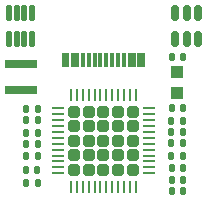
<source format=gbr>
%TF.GenerationSoftware,KiCad,Pcbnew,(6.0.0)*%
%TF.CreationDate,2022-03-30T08:27:14+08:00*%
%TF.ProjectId,USB2_Jtag_Bridge,55534232-5f4a-4746-9167-5f4272696467,rev?*%
%TF.SameCoordinates,Original*%
%TF.FileFunction,Paste,Top*%
%TF.FilePolarity,Positive*%
%FSLAX46Y46*%
G04 Gerber Fmt 4.6, Leading zero omitted, Abs format (unit mm)*
G04 Created by KiCad (PCBNEW (6.0.0)) date 2022-03-30 08:27:14*
%MOMM*%
%LPD*%
G01*
G04 APERTURE LIST*
G04 Aperture macros list*
%AMRoundRect*
0 Rectangle with rounded corners*
0 $1 Rounding radius*
0 $2 $3 $4 $5 $6 $7 $8 $9 X,Y pos of 4 corners*
0 Add a 4 corners polygon primitive as box body*
4,1,4,$2,$3,$4,$5,$6,$7,$8,$9,$2,$3,0*
0 Add four circle primitives for the rounded corners*
1,1,$1+$1,$2,$3*
1,1,$1+$1,$4,$5*
1,1,$1+$1,$6,$7*
1,1,$1+$1,$8,$9*
0 Add four rect primitives between the rounded corners*
20,1,$1+$1,$2,$3,$4,$5,0*
20,1,$1+$1,$4,$5,$6,$7,0*
20,1,$1+$1,$6,$7,$8,$9,0*
20,1,$1+$1,$8,$9,$2,$3,0*%
G04 Aperture macros list end*
%ADD10RoundRect,0.140000X-0.140000X-0.170000X0.140000X-0.170000X0.140000X0.170000X-0.140000X0.170000X0*%
%ADD11RoundRect,0.135000X0.135000X0.185000X-0.135000X0.185000X-0.135000X-0.185000X0.135000X-0.185000X0*%
%ADD12R,0.300000X1.150000*%
%ADD13RoundRect,0.140000X0.140000X0.170000X-0.140000X0.170000X-0.140000X-0.170000X0.140000X-0.170000X0*%
%ADD14R,2.700000X0.800000*%
%ADD15R,1.100000X1.050000*%
%ADD16RoundRect,0.147500X0.147500X0.172500X-0.147500X0.172500X-0.147500X-0.172500X0.147500X-0.172500X0*%
%ADD17RoundRect,0.135000X-0.135000X-0.185000X0.135000X-0.185000X0.135000X0.185000X-0.135000X0.185000X0*%
%ADD18RoundRect,0.150000X-0.150000X0.512500X-0.150000X-0.512500X0.150000X-0.512500X0.150000X0.512500X0*%
%ADD19RoundRect,0.125000X0.125000X-0.537500X0.125000X0.537500X-0.125000X0.537500X-0.125000X-0.537500X0*%
%ADD20RoundRect,0.250000X-0.250000X0.250000X-0.250000X-0.250000X0.250000X-0.250000X0.250000X0.250000X0*%
%ADD21RoundRect,0.062500X-0.062500X0.412500X-0.062500X-0.412500X0.062500X-0.412500X0.062500X0.412500X0*%
%ADD22RoundRect,0.062500X-0.412500X0.062500X-0.412500X-0.062500X0.412500X-0.062500X0.412500X0.062500X0*%
G04 APERTURE END LIST*
D10*
%TO.C,C1*%
X147750000Y-82850000D03*
X148710000Y-82850000D03*
%TD*%
D11*
%TO.C,R5*%
X148740000Y-77870000D03*
X147720000Y-77870000D03*
%TD*%
D12*
%TO.C,J1*%
X145320000Y-72715001D03*
X144520000Y-72715001D03*
X143220000Y-72715001D03*
X142220000Y-72715001D03*
X141720000Y-72715001D03*
X140720000Y-72715001D03*
X139420000Y-72715001D03*
X138620000Y-72715001D03*
X138920000Y-72715001D03*
X139720000Y-72715001D03*
X140220000Y-72715001D03*
X141220000Y-72715001D03*
X142720000Y-72715001D03*
X143720000Y-72715001D03*
X144220000Y-72715001D03*
X145020000Y-72715001D03*
%TD*%
D13*
%TO.C,C3*%
X148710000Y-76780000D03*
X147750000Y-76780000D03*
%TD*%
D14*
%TO.C,L1*%
X134980000Y-73030000D03*
X134980000Y-75230000D03*
%TD*%
D10*
%TO.C,C16*%
X135440000Y-76866569D03*
X136400000Y-76866569D03*
%TD*%
D11*
%TO.C,R12*%
X136410000Y-80800000D03*
X135390000Y-80800000D03*
%TD*%
D15*
%TO.C,Y1*%
X148230000Y-75545000D03*
X148230000Y-73695000D03*
%TD*%
D10*
%TO.C,C2*%
X147750000Y-83770000D03*
X148710000Y-83770000D03*
%TD*%
D16*
%TO.C,D1*%
X136387500Y-82010000D03*
X135417500Y-82010000D03*
%TD*%
D11*
%TO.C,R8*%
X148740000Y-79740000D03*
X147720000Y-79740000D03*
%TD*%
D17*
%TO.C,R14*%
X135390000Y-78920000D03*
X136410000Y-78920000D03*
%TD*%
D13*
%TO.C,C4*%
X148710000Y-72460000D03*
X147750000Y-72460000D03*
%TD*%
D18*
%TO.C,U2*%
X149970000Y-68692500D03*
X149020000Y-68692500D03*
X148070000Y-68692500D03*
X148070000Y-70967500D03*
X149020000Y-70967500D03*
X149970000Y-70967500D03*
%TD*%
D10*
%TO.C,C7*%
X147750000Y-81820000D03*
X148710000Y-81820000D03*
%TD*%
D17*
%TO.C,R13*%
X135390000Y-79850000D03*
X136410000Y-79850000D03*
%TD*%
D19*
%TO.C,U3*%
X133975000Y-70967500D03*
X134625000Y-70967500D03*
X135275000Y-70967500D03*
X135925000Y-70967500D03*
X135925000Y-68692500D03*
X135275000Y-68692500D03*
X134625000Y-68692500D03*
X133975000Y-68692500D03*
%TD*%
D11*
%TO.C,R7*%
X148740000Y-78810000D03*
X147720000Y-78810000D03*
%TD*%
D20*
%TO.C,U1*%
X140730000Y-78315000D03*
X140730000Y-79555000D03*
X141970000Y-82035000D03*
X143210000Y-78315000D03*
X143210000Y-77075000D03*
X144450000Y-78315000D03*
X144450000Y-77075000D03*
X141970000Y-79555000D03*
X144450000Y-80795000D03*
X140730000Y-80795000D03*
X140730000Y-82035000D03*
X143210000Y-79555000D03*
X139490000Y-79555000D03*
X139490000Y-82035000D03*
X141970000Y-77075000D03*
X143210000Y-80795000D03*
X139490000Y-77075000D03*
X144450000Y-79555000D03*
X141970000Y-80795000D03*
X143210000Y-82035000D03*
X144450000Y-82035000D03*
X139490000Y-78315000D03*
X139490000Y-80795000D03*
X141970000Y-78315000D03*
X140730000Y-77075000D03*
D21*
X144720000Y-75680000D03*
X144220000Y-75680000D03*
X143720000Y-75680000D03*
X143220000Y-75680000D03*
X142720000Y-75680000D03*
X142220000Y-75680000D03*
X141720000Y-75680000D03*
X141220000Y-75680000D03*
X140720000Y-75680000D03*
X140220000Y-75680000D03*
X139720000Y-75680000D03*
X139220000Y-75680000D03*
D22*
X138095000Y-76805000D03*
X138095000Y-77305000D03*
X138095000Y-77805000D03*
X138095000Y-78305000D03*
X138095000Y-78805000D03*
X138095000Y-79305000D03*
X138095000Y-79805000D03*
X138095000Y-80305000D03*
X138095000Y-80805000D03*
X138095000Y-81305000D03*
X138095000Y-81805000D03*
X138095000Y-82305000D03*
D21*
X139220000Y-83430000D03*
X139720000Y-83430000D03*
X140220000Y-83430000D03*
X140720000Y-83430000D03*
X141220000Y-83430000D03*
X141720000Y-83430000D03*
X142220000Y-83430000D03*
X142720000Y-83430000D03*
X143220000Y-83430000D03*
X143720000Y-83430000D03*
X144220000Y-83430000D03*
X144720000Y-83430000D03*
D22*
X145845000Y-82305000D03*
X145845000Y-81805000D03*
X145845000Y-81305000D03*
X145845000Y-80805000D03*
X145845000Y-80305000D03*
X145845000Y-79805000D03*
X145845000Y-79305000D03*
X145845000Y-78805000D03*
X145845000Y-78305000D03*
X145845000Y-77805000D03*
X145845000Y-77305000D03*
X145845000Y-76805000D03*
%TD*%
D17*
%TO.C,R6*%
X147720000Y-80800000D03*
X148740000Y-80800000D03*
%TD*%
%TO.C,R9*%
X135390000Y-83110000D03*
X136410000Y-83110000D03*
%TD*%
D10*
%TO.C,C17*%
X135440000Y-77796568D03*
X136400000Y-77796568D03*
%TD*%
M02*

</source>
